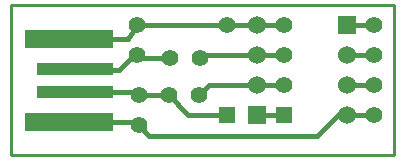
<source format=gtl>
G04 (created by PCBNEW-RS274X (2012-apr-16-27)-stable) date Mon 26 Aug 2013 06:45:51 PM IST*
G01*
G70*
G90*
%MOIN*%
G04 Gerber Fmt 3.4, Leading zero omitted, Abs format*
%FSLAX34Y34*%
G04 APERTURE LIST*
%ADD10C,0.006000*%
%ADD11C,0.011100*%
%ADD12R,0.295200X0.059000*%
%ADD13R,0.255900X0.039300*%
%ADD14C,0.055000*%
%ADD15R,0.055000X0.055000*%
%ADD16R,0.060000X0.060000*%
%ADD17C,0.060000*%
%ADD18C,0.016000*%
G04 APERTURE END LIST*
G54D10*
G54D11*
X33000Y-43250D02*
X33000Y-38250D01*
X45750Y-43250D02*
X33000Y-43250D01*
X45750Y-38250D02*
X45750Y-43250D01*
X33000Y-38250D02*
X45750Y-38250D01*
G54D12*
X34922Y-42127D03*
X34922Y-39373D03*
G54D13*
X35118Y-41143D03*
X35118Y-40357D03*
G54D14*
X37250Y-42250D03*
X37250Y-41250D03*
G54D15*
X42100Y-41900D03*
G54D14*
X42100Y-40900D03*
X42100Y-39900D03*
X42100Y-38900D03*
X45100Y-38900D03*
X45100Y-39900D03*
X45100Y-40900D03*
X45100Y-41900D03*
G54D16*
X44200Y-38900D03*
G54D17*
X44200Y-39900D03*
X44200Y-40900D03*
X44200Y-41900D03*
G54D16*
X41200Y-41900D03*
G54D17*
X41200Y-40900D03*
X41200Y-39900D03*
X41200Y-38900D03*
G54D14*
X38250Y-41250D03*
X39250Y-41250D03*
X38300Y-40000D03*
X39300Y-40000D03*
G54D15*
X40200Y-41900D03*
G54D14*
X40200Y-38900D03*
X37200Y-38900D03*
X37200Y-39900D03*
G54D18*
X43900Y-41900D02*
X43800Y-42000D01*
X43200Y-42600D02*
X43800Y-42000D01*
X37600Y-42600D02*
X37250Y-42250D01*
X44200Y-41900D02*
X45100Y-41900D01*
X34922Y-42127D02*
X37127Y-42127D01*
X37127Y-42127D02*
X37250Y-42250D01*
X43200Y-42600D02*
X37600Y-42600D01*
X44200Y-41900D02*
X43900Y-41900D01*
X36600Y-40400D02*
X35161Y-40400D01*
X37300Y-40000D02*
X37200Y-39900D01*
X38300Y-40000D02*
X37300Y-40000D01*
X35161Y-40400D02*
X35118Y-40357D01*
X37200Y-39900D02*
X37100Y-39900D01*
X37100Y-39900D02*
X36600Y-40400D01*
X37143Y-41143D02*
X37250Y-41250D01*
X37250Y-41250D02*
X38250Y-41250D01*
X35118Y-41143D02*
X37143Y-41143D01*
X38900Y-41900D02*
X38250Y-41250D01*
X40200Y-41900D02*
X38900Y-41900D01*
X40200Y-38900D02*
X41200Y-38900D01*
X36877Y-39373D02*
X37200Y-38900D01*
X34922Y-39373D02*
X36877Y-39373D01*
X37200Y-38900D02*
X40200Y-38900D01*
X41200Y-38900D02*
X42100Y-38900D01*
X41200Y-40900D02*
X39600Y-40900D01*
X39600Y-40900D02*
X39250Y-41250D01*
X41200Y-40900D02*
X42100Y-40900D01*
X44200Y-40900D02*
X45100Y-40900D01*
X41200Y-41900D02*
X42100Y-41900D01*
X44200Y-39900D02*
X45100Y-39900D01*
X44200Y-38900D02*
X45100Y-38900D01*
X41200Y-39900D02*
X39400Y-39900D01*
X39400Y-39900D02*
X39300Y-40000D01*
X41200Y-39900D02*
X42100Y-39900D01*
M02*

</source>
